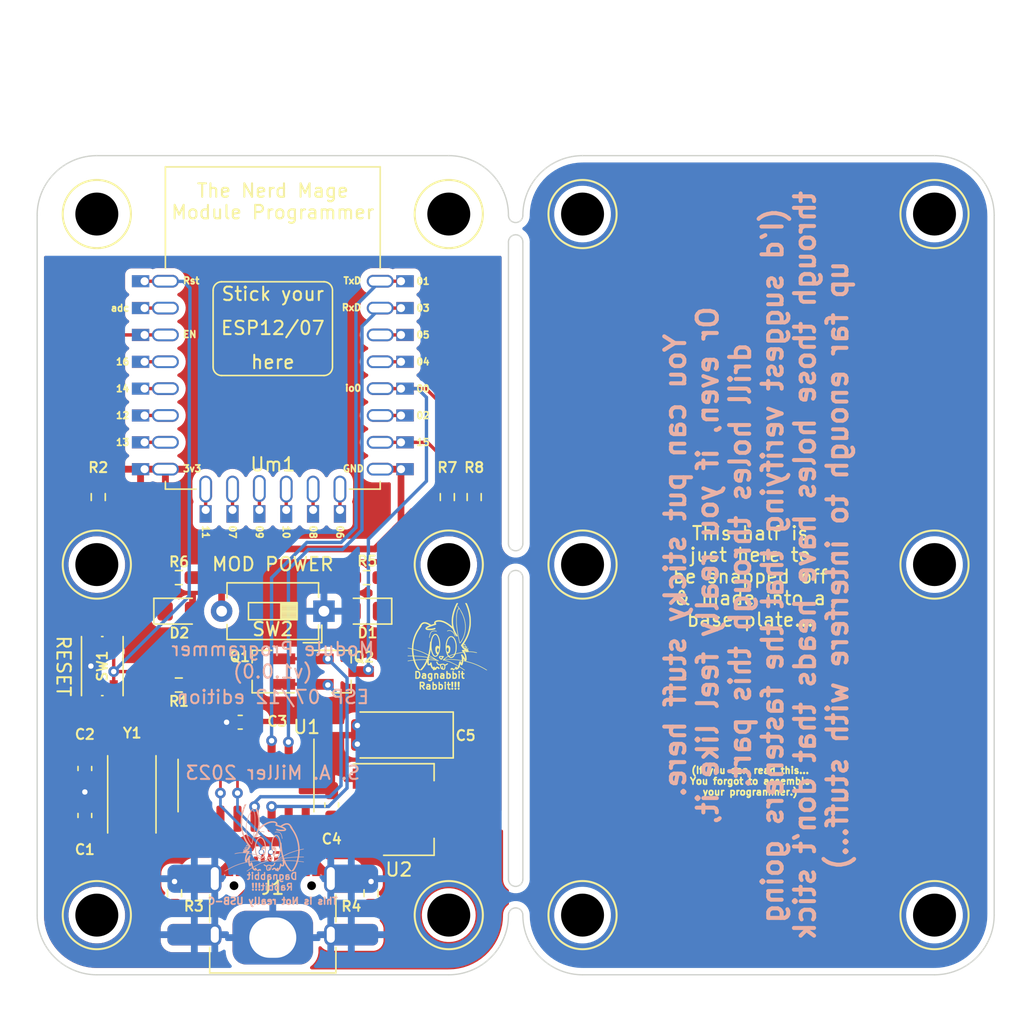
<source format=kicad_pcb>
(kicad_pcb (version 20211014) (generator pcbnew)
  (title_block (title "The Nerd Mage Module Programmer") (date "2023-07-13") (rev "1.0.0") (company "S. A. Miller") (comment 1 "Pop-In RP2040 Edition"))
  (layers (0 "F.Cu" signal) (31 "B.Cu" signal) (34 "B.Paste" user) (35 "F.Paste" user) (36 "B.SilkS" user "B.Silkscreen") (37 "F.SilkS" user "F.Silkscreen") (38 "B.Mask" user) (39 "F.Mask" user) (44 "Edge.Cuts" user))
  (net 0 "")
  (net 1 "GND")
  (net 2 "Net-(C1-Pad1)")
  (net 3 "Net-(C2-Pad1)")
  (net 4 "RxD")
  (net 5 "TxD")
  (net 6 "RST")
  (net 7 "io0")
  (net 8 "DCD")
  (net 9 "RI")
  (net 10 "DSR")
  (net 11 "CTS")
  (net 12 "DTR")
  (net 13 "RTS")
  (net 14 "Vcc")
  (net 15 "UD+")
  (net 16 "UD-")
  (net 17 "+3.3V")
  (net 19 "EN")
  (net 22 "CC1")
  (net 23 "CC2")
  (net 24 "Net-(D1-Pad1)")
  (net 25 "Net-(D2-Pad1)")
  (net 26 "unconnected-(Um1-Pad2)")
  (net 27 "unconnected-(Um1-Pad4)")
  (net 28 "unconnected-(Um1-Pad5)")
  (net 29 "unconnected-(Um1-Pad6)")
  (net 30 "unconnected-(Um1-Pad7)")
  (net 31 "unconnected-(Um1-Pad11)")
  (net 32 "unconnected-(Um1-Pad13)")
  (net 33 "unconnected-(Um1-Pad14)")
  (net 34 "unconnected-(Um1-Pad17)")
  (net 35 "unconnected-(Um1-Pad18)")
  (net 36 "unconnected-(Um1-Pad19)")
  (net 37 "unconnected-(Um1-Pad20)")
  (net 38 "unconnected-(Um1-Pad21)")
  (net 39 "unconnected-(Um1-Pad22)")
  (net 40 "io15")
  (net 41 "mGND")
  (footprint "Tinker:Mount" (layer "F.Cu") (at 163.108 67.919546)
    (fp_text reference "REF**" hide)
    (fp_text value "Mount" hide)
    (pad "" np_thru_hole circle (at 0 0) (size 3.2 3.2) (drill 3.2) (layers *.Mask))
  )
  (footprint "Tinker:C_0603_1608Metric_Pad1.08x0.95mm_HandSolder" (layer "F.Cu") (at 136 109.217455 -90)
    (fp_text reference "C2" (at -2.54 0) (layer "F.SilkS") (effects (font (size 0.75 0.75))))
    (fp_text value "20p")
    (pad "1" smd roundrect (at -1.0625 0 270) (size 1.275 0.95) (layers "F.Cu" "F.Paste" "F.Mask") (net 3 "Net-(C2-Pad1)"))
    (pad "2" smd roundrect (at 1.0625 0 270) (size 1.275 0.95) (layers "F.Cu" "F.Paste" "F.Mask") (net 1 "GND"))
  )
  (footprint "Capacitor_Tantalum_SMD:CP_EIA-6032-28_Kemet-C_Pad2.25x2.35mm_HandSolder" (layer "F.Cu") (at 159.505545 106.722019 180)
    (fp_text reference "C5" (at -4.857981 -0.04394) (layer "F.SilkS") (effects (font (size 0.75 0.75))))
    (fp_text value "22uf")
    (pad "1" smd roundrect (at -2.55 0 180) (size 2.25 2.35) (layers "F.Cu" "F.Paste" "F.Mask") (roundrect_rratio 0.1111111111) (net 17 "+3.3V"))
    (pad "2" smd roundrect (at 2.55 0 180) (size 2.25 2.35) (layers "F.Cu" "F.Paste" "F.Mask") (roundrect_rratio 0.1111111111) (net 1 "GND"))
  )
  (footprint "Tinker:Mount" (layer "F.Cu") (at 136.892 120.139455)
    (fp_text reference "REF**" hide)
    (fp_text value "Mount" hide)
    (pad "" np_thru_hole circle (at 0 0) (size 3.2 3.2) (drill 3.2) (layers *.Mask))
  )
  (footprint "Tinker:USB_C_Receptacle_HRO_TYPE-C-31-M-12" (layer "F.Cu") (at 150 120.547455)
    (fp_text reference "J1" (at 0 -2.44) (layer "F.SilkS"))
    (fp_text value "USB_C_Receptacle_USB2.0")
    (pad "" np_thru_hole circle (at -2.89 -2.6) (size 0.65 0.65) (drill 0.65) (layers *.Mask))
    (pad "" np_thru_hole circle (at 2.89 -2.6) (size 0.65 0.65) (drill 0.65) (layers *.Mask))
    (pad "A1" smd rect (at -3.25 -4.045) (size 0.6 1.45) (layers "F.Cu" "F.Paste" "F.Mask") (net 1 "GND"))
    (pad "A4" smd rect (at -2.45 -4.045) (size 0.6 1.45) (layers "F.Cu" "F.Paste" "F.Mask") (net 14 "Vcc"))
    (pad "A5" smd rect (at -1.25 -4.045) (size 0.3 1.45) (layers "F.Cu" "F.Paste" "F.Mask") (net 22 "CC1"))
    (pad "A6" smd rect (at -0.25 -4.045) (size 0.3 1.45) (layers "F.Cu" "F.Paste" "F.Mask") (net 15 "UD+"))
    (pad "A7" smd rect (at 0.25 -4.045) (size 0.3 1.45) (layers "F.Cu" "F.Paste" "F.Mask") (net 16 "UD-"))
    (pad "A8" smd rect (at 1.25 -4.045) (size 0.3 1.45) (layers "F.Cu" "F.Paste" "F.Mask"))
    (pad "A9" smd rect (at 2.45 -4.045) (size 0.6 1.45) (layers "F.Cu" "F.Paste" "F.Mask") (net 14 "Vcc"))
    (pad "A12" smd rect (at 3.25 -4.045) (size 0.6 1.45) (layers "F.Cu" "F.Paste" "F.Mask") (net 1 "GND"))
    (pad "B1" smd rect (at 3.25 -4.045) (size 0.6 1.45) (layers "F.Cu" "F.Paste" "F.Mask") (net 1 "GND"))
    (pad "B4" smd rect (at 2.45 -4.045) (size 0.6 1.45) (layers "F.Cu" "F.Paste" "F.Mask") (net 14 "Vcc"))
    (pad "B5" smd rect (at 1.75 -4.045) (size 0.3 1.45) (layers "F.Cu" "F.Paste" "F.Mask") (net 23 "CC2"))
    (pad "B6" smd rect (at 0.75 -4.045) (size 0.3 1.45) (layers "F.Cu" "F.Paste" "F.Mask") (net 15 "UD+"))
    (pad "B7" smd rect (at -0.75 -4.045) (size 0.3 1.45) (layers "F.Cu" "F.Paste" "F.Mask") (net 16 "UD-"))
    (pad "B8" smd rect (at -1.75 -4.045) (size 0.3 1.45) (layers "F.Cu" "F.Paste" "F.Mask"))
    (pad "B9" smd rect (at -2.45 -4.045) (size 0.6 1.45) (layers "F.Cu" "F.Paste" "F.Mask") (net 14 "Vcc"))
    (pad "B12" smd rect (at -3.25 -4.045) (size 0.6 1.45) (layers "F.Cu" "F.Paste" "F.Mask") (net 1 "GND"))
    (pad "S1" smd roundrect (at -5.846965 -3.118205) (size 4 2.1) (layers "B.Cu" "B.Paste" "B.Mask") (net 1 "GND"))
    (pad "S1" thru_hole oval (at 4.32 -3.13) (size 1 2.1) (drill oval 0.6 1.7) (layers *.Cu *.Mask) (net 1 "GND"))
    (pad "S1" smd roundrect (at 5.096965 -3.118205) (size 2.5 2.1) (layers "F.Cu" "F.Paste" "F.Mask") (net 1 "GND"))
    (pad "S1" smd roundrect (at -5.846965 1.05) (size 4 1.6) (layers "F.Cu" "F.Paste" "F.Mask") (net 1 "GND"))
    (pad "S1" smd roundrect (at -5.846965 1.05) (size 4 1.6) (layers "B.Cu" "B.Paste" "B.Mask") (net 1 "GND"))
    (pad "S1" thru_hole oval (at 4.32 1.05) (size 1 1.6) (drill oval 0.6 1.2) (layers *.Cu *.Mask) (net 1 "GND"))
    (pad "S1" thru_hole oval (at -4.32 1.05) (size 1 1.6) (drill oval 0.6 1.2) (layers *.Cu *.Mask) (net 1 "GND"))
    (pad "S1" thru_hole oval (at -4.32 -3.13) (size 1 2.1) (drill oval 0.6 1.7) (layers *.Cu *.Mask) (net 1 "GND"))
    (pad "S1" smd roundrect (at 5.846965 1.05) (size 4 1.6) (layers "B.Cu" "B.Paste" "B.Mask") (net 1 "GND"))
    (pad "S1" smd roundrect (at 5.846965 1.05) (size 4 1.6) (layers "F.Cu" "F.Paste" "F.Mask") (net 1 "GND"))
    (pad "S1" thru_hole roundrect (at 0 1.27 180) (size 6 4) (drill oval 3.5 3) (layers *.Cu *.Mask) (net 1 "GND"))
    (pad "S1" smd roundrect (at 5.846965 -3.118205) (size 4 2.1) (layers "B.Cu" "B.Paste" "B.Mask") (net 1 "GND"))
    (pad "S1" smd roundrect (at -5.096965 -3.118205) (size 2.5 2.1) (layers "F.Cu" "F.Paste" "F.Mask") (net 1 "GND"))
  )
  (footprint "Tinker:Mount" (layer "F.Cu") (at 199.288 94.029455)
    (fp_text reference "REF**" hide)
    (fp_text value "Mount" hide)
    (pad "" np_thru_hole circle (at 0 0) (size 3.2 3.2) (drill 3.2) (layers *.Mask))
  )
  (footprint "Tinker:R_0603_1608Metric_Pad0.98x0.95mm_HandSolder" (layer "F.Cu") (at 137 89 90)
    (fp_text reference "R2" (at 2.2 0) (layer "F.SilkS") (effects (font (size 0.75 0.75))))
    (fp_text value "10K")
    (pad "1" smd roundrect (at -1.0625 0 90) (size 1.275 0.95) (layers "F.Cu" "F.Paste" "F.Mask") (net 17 "+3.3V"))
    (pad "2" smd roundrect (at 1.0625 0 90) (size 1.275 0.95) (layers "F.Cu" "F.Paste" "F.Mask") (net 19 "EN"))
  )
  (footprint "Rabbit:DagNabbit" (layer "F.Cu") (at 162.746777 100.032747)
    (fp_text reference "REF**" hide)
    (fp_text value "DagNabbit")
    (fp_text user "Dagnabbit\nRabbit!!!" (at -0.331667 2.64) (layer "F.SilkS") (effects (font (size 0.5 0.5) (thickness 0.1))))
  )
  (footprint "Tinker:SW_DIP_SPSTx01_Slide_6.7x4.1mm_W7.62mm_P2.54mm_LowProfile" (layer "F.Cu") (at 150 97.5 180)
    (fp_text reference "SW2" (at 0.0005 -1.343546) (layer "F.SilkS"))
    (fp_text value "SW_DIP_x01")
    (pad "1" thru_hole rect (at -3.81 0 180) (size 1.6 1.6) (drill 0.8) (layers *.Cu *.Mask) (net 1 "GND"))
    (pad "2" thru_hole oval (at 3.81 0 180) (size 1.6 1.6) (drill 0.8) (layers *.Cu *.Mask) (net 41 "mGND"))
  )
  (footprint "Tinker:Mount" (layer "F.Cu") (at 163.108 120.139455)
    (fp_text reference "REF**" hide)
    (fp_text value "Mount" hide)
    (pad "" np_thru_hole circle (at 0 0) (size 3.2 3.2) (drill 3.2) (layers *.Mask))
  )
  (footprint "Crystal:Crystal_SMD_5032-2Pin_5.0x3.2mm" (layer "F.Cu") (at 139.5 110.967455 90)
    (fp_text reference "Y1" (at 4.39 0.031943) (layer "F.SilkS") (effects (font (size 0.75 0.75))))
    (fp_text value "12M")
    (pad "1" smd rect (at -2.35 0 90) (size 3 2.4) (layers "F.Cu" "F.Paste" "F.Mask") (net 2 "Net-(C1-Pad1)"))
    (pad "2" smd rect (at 2.35 0 90) (size 3 2.4) (layers "F.Cu" "F.Paste" "F.Mask") (net 3 "Net-(C2-Pad1)"))
  )
  (footprint "Tinker:Mount" (layer "F.Cu") (at 173.072 120.139455)
    (fp_text reference "REF**" hide)
    (fp_text value "Mount" hide)
    (pad "" np_thru_hole circle (at 0 0) (size 3.2 3.2) (drill 3.2) (layers *.Mask))
  )
  (footprint "Package_TO_SOT_SMD:SOT-23_Handsoldering" (layer "F.Cu") (at 149.221453 102 180)
    (fp_text reference "Q1" (at 1.674448 1.113434) (layer "F.SilkS") (effects (font (size 0.75 0.75))))
    (fp_text value "MMBT3904")
    (pad "1" smd rect (at -1.5 -0.95 180) (size 1.9 0.8) (layers "F.Cu" "F.Paste" "F.Mask") (net 12 "DTR"))
    (pad "2" smd rect (at -1.5 0.95 180) (size 1.9 0.8) (layers "F.Cu" "F.Paste" "F.Mask") (net 13 "RTS"))
    (pad "3" smd rect (at 1.5 0 180) (size 1.9 0.8) (layers "F.Cu" "F.Paste" "F.Mask") (net 6 "RST"))
  )
  (footprint "Tinker:R_0603_1608Metric_Pad0.98x0.95mm_HandSolder" (layer "F.Cu") (at 142.68 118.507455 90)
    (fp_text reference "R3" (at -0.9668 1.439812) (layer "F.SilkS") (effects (font (size 0.75 0.75))))
    (fp_text value "5k1")
    (pad "1" smd roundrect (at -1.0625 0 90) (size 1.275 0.95) (layers "F.Cu" "F.Paste" "F.Mask") (net 22 "CC1"))
    (pad "2" smd roundrect (at 1.0625 0 90) (size 1.275 0.95) (layers "F.Cu" "F.Paste" "F.Mask") (net 1 "GND"))
  )
  (footprint "Tinker:R_0603_1608Metric_Pad0.98x0.95mm_HandSolder" (layer "F.Cu") (at 157.32 118.507455 90)
    (fp_text reference "R4" (at -0.979818 -1.470937) (layer "F.SilkS") (effects (font (size 0.75 0.75))))
    (fp_text value "5k1")
    (pad "1" smd roundrect (at -1.0625 0 90) (size 1.275 0.95) (layers "F.Cu" "F.Paste" "F.Mask") (net 23 "CC2"))
    (pad "2" smd roundrect (at 1.0625 0 90) (size 1.275 0.95) (layers "F.Cu" "F.Paste" "F.Mask") (net 1 "GND"))
  )
  (footprint "Tinker:Mount" (layer "F.Cu") (at 136.892 94.029455)
    (fp_text reference "REF**" hide)
    (fp_text value "Mount" hide)
    (pad "" np_thru_hole circle (at 0 0) (size 3.2 3.2) (drill 3.2) (layers *.Mask))
  )
  (footprint "Tinker:R_0603_1608Metric_Pad0.98x0.95mm_HandSolder" (layer "F.Cu") (at 163 89 -90)
    (fp_text reference "R7" (at -2.2 0) (layer "F.SilkS") (effects (font (size 0.75 0.75))))
    (fp_text value "10K")
    (pad "1" smd roundrect (at -1.0625 0 270) (size 1.275 0.95) (layers "F.Cu" "F.Paste" "F.Mask") (net 40 "io15"))
    (pad "2" smd roundrect (at 1.0625 0 270) (size 1.275 0.95) (layers "F.Cu" "F.Paste" "F.Mask") (net 41 "mGND"))
  )
  (footprint "Tinker:C_0603_1608Metric_Pad1.08x0.95mm_HandSolder" (layer "F.Cu") (at 154.387518 111.930933 90)
    (fp_text reference "C4" (at -2.54 0) (layer "F.SilkS") (effects (font (size 0.75 0.75))))
    (fp_text value "100nf")
    (pad "1" smd roundrect (at -1.0625 0 90) (size 1.275 0.95) (layers "F.Cu" "F.Paste" "F.Mask") (net 14 "Vcc"))
    (pad "2" smd roundrect (at 1.0625 0 90) (size 1.275 0.95) (layers "F.Cu" "F.Paste" "F.Mask") (net 1 "GND"))
  )
  (footprint "Package_SO:SOIC-16_3.9x9.9mm_P1.27mm" (layer "F.Cu") (at 148.005 110.487455 -90)
    (fp_text reference "U1" (at -4.358951 -4.515147) (layer "F.SilkS"))
    (fp_text value "CH340G")
    (pad "1" smd roundrect (at -2.475 -4.445 270) (size 1.95 0.6) (layers "F.Cu" "F.Paste" "F.Mask") (net 1 "GND"))
    (pad "2" smd roundrect (at -2.475 -3.175 270) (size 1.95 0.6) (layers "F.Cu" "F.Paste" "F.Mask") (net 4 "RxD"))
    (pad "3" smd roundrect (at -2.475 -1.905 270) (size 1.95 0.6) (layers "F.Cu" "F.Paste" "F.Mask") (net 5 "TxD"))
    (pad "4" smd roundrect (at -2.475 -0.635 270) (size 1.95 0.6) (layers "F.Cu" "F.Paste" "F.Mask") (net 17 "+3.3V"))
    (pad "5" smd roundrect (at -2.475 0.635 270) (size 1.95 0.6) (layers "F.Cu" "F.Paste" "F.Mask") (net 15 "UD+"))
    (pad "6" smd roundrect (at -2.475 1.905 270) (size 1.95 0.6) (layers "F.Cu" "F.Paste" "F.Mask") (net 16 "UD-"))
    (pad "7" smd roundrect (at -2.475 3.175 270) (size 1.95 0.6) (layers "F.Cu" "F.Paste" "F.Mask") (net 2 "Net-(C1-Pad1)"))
    (pad "8" smd roundrect (at -2.475 4.445 270) (size 1.95 0.6) (layers "F.Cu" "F.Paste" "F.Mask") (net 3 "Net-(C2-Pad1)"))
    (pad "9" smd roundrect (at 2.475 4.445 270) (size 1.95 0.6) (layers "F.Cu" "F.Paste" "F.Mask") (net 11 "CTS"))
    (pad "10" smd roundrect (at 2.475 3.175 270) (size 1.95 0.6) (layers "F.Cu" "F.Paste" "F.Mask") (net 10 "DSR"))
    (pad "11" smd roundrect (at 2.475 1.905 270) (size 1.95 0.6) (layers "F.Cu" "F.Paste" "F.Mask") (net 9 "RI"))
    (pad "12" smd roundrect (at 2.475 0.635 270) (size 1.95 0.6) (layers "F.Cu" "F.Paste" "F.Mask") (net 8 "DCD"))
    (pad "13" smd roundrect (at 2.475 -0.635 270) (size 1.95 0.6) (layers "F.Cu" "F.Paste" "F.Mask") (net 12 "DTR"))
    (pad "14" smd roundrect (at 2.475 -1.905 270) (size 1.95 0.6) (layers "F.Cu" "F.Paste" "F.Mask") (net 13 "RTS"))
    (pad "15" smd roundrect (at 2.475 -3.175 270) (size 1.95 0.6) (layers "F.Cu" "F.Paste" "F.Mask"))
    (pad "16" smd roundrect (at 2.475 -4.445 270) (size 1.95 0.6) (layers "F.Cu" "F.Paste" "F.Mask") (net 14 "Vcc"))
  )
  (footprint "Tinker:R_0603_1608Metric_Pad0.98x0.95mm_HandSolder" (layer "F.Cu") (at 157 95 180)
    (fp_text reference "R5" (at -0.032647 1.226722) (layer "F.SilkS") (effects (font (size 0.75 0.75))))
    (fp_text value "2K2")
    (pad "1" smd roundrect (at -1.0625 0 180) (size 1.275 0.95) (layers "F.Cu" "F.Paste" "F.Mask") (net 24 "Net-(D1-Pad1)"))
    (pad "2" smd roundrect (at 1.0625 0 180) (size 1.275 0.95) (layers "F.Cu" "F.Paste" "F.Mask") (net 1 "GND"))
  )
  (footprint "Tinker:Mount" (layer "F.Cu") (at 173.072 67.919546)
    (fp_text reference "REF**" hide)
    (fp_text value "Mount" hide)
    (pad "" np_thru_hole circle (at 0 0) (size 3.2 3.2) (drill 3.2) (layers *.Mask))
  )
  (footprint "Tinker:Mount" (layer "F.Cu") (at 173.072 94.029455)
    (fp_text reference "REF**" hide)
    (fp_text value "Mount" hide)
    (pad "" np_thru_hole circle (at 0 0) (size 3.2 3.2) (drill 3.2) (layers *.Mask))
  )
  (footprint "Tinker:SW_Push_TS273014TP" (layer "F.Cu") (at 137.3 101.590491 -90)
    (fp_text reference "SW1" (at 0 0 90) (layer "F.SilkS") (effects (font (size 0.75 0.75))))
    (fp_text value "SW_Push")
    (pad "1" smd rect (at -1.85 -0.85 270) (size 1.6 0.6) (layers "F.Cu" "F.Paste" "F.Mask") (net 6 "RST"))
    (pad "1" smd rect (at 1.85 -0.85 270) (size 1.6 0.6) (layers "F.Cu" "F.Paste" "F.Mask") (net 6 "RST"))
    (pad "2" smd rect (at -1.85 0.85 270) (size 1.6 0.6) (layers "F.Cu" "F.Paste" "F.Mask") (net 1 "GND"))
    (pad "2" smd rect (at 1.85 0.85 270) (size 1.6 0.6) (layers "F.Cu" "F.Paste" "F.Mask") (net 1 "GND"))
  )
  (footprint "Tinker:Mount" (layer "F.Cu") (at 136.892 67.919546)
    (fp_text reference "REF**" hide)
    (fp_text value "Mount" hide)
    (pad "" np_thru_hole circle (at 0 0) (size 3.2 3.2) (drill 3.2) (layers *.Mask))
  )
  (footprint "Package_TO_SOT_SMD:SOT-23_Handsoldering" (layer "F.Cu") (at 155.08 102)
    (fp_text reference "Q2" (at 1.710332 -1.073861) (layer "F.SilkS") (effects (font (size 0.75 0.75))))
    (fp_text value "MMBT3904")
    (pad "1" smd rect (at -1.5 -0.95) (size 1.9 0.8) (layers "F.Cu" "F.Paste" "F.Mask") (net 13 "RTS"))
    (pad "2" smd rect (at -1.5 0.95) (size 1.9 0.8) (layers "F.Cu" "F.Paste" "F.Mask") (net 12 "DTR"))
    (pad "3" smd rect (at 1.5 0) (size 1.9 0.8) (layers "F.Cu" "F.Paste" "F.Mask") (net 7 "io0"))
  )
  (footprint "Tinker:R_0603_1608Metric_Pad0.98x0.95mm_HandSolder" (layer "F.Cu") (at 143 95)
    (fp_text reference "R6" (at 0.015455 -1.172859) (layer "F.SilkS") (effects (font (size 0.75 0.75))))
    (fp_text value "2K2")
    (pad "1" smd roundrect (at -1.0625 0) (size 1.275 0.95) (layers "F.Cu" "F.Paste" "F.Mask") (net 25 "Net-(D2-Pad1)"))
    (pad "2" smd roundrect (at 1.0625 0) (size 1.275 0.95) (layers "F.Cu" "F.Paste" "F.Mask") (net 41 "mGND"))
  )
  (footprint "Tinker:Mount" (layer "F.Cu") (at 199.288 67.919546)
    (fp_text reference "REF**" hide)
    (fp_text value "Mount" hide)
    (pad "" np_thru_hole circle (at 0 0) (size 3.2 3.2) (drill 3.2) (layers *.Mask))
  )
  (footprint "LED_SMD:LED_0805_2012Metric_Pad1.15x1.40mm_HandSolder" (layer "F.Cu") (at 157 97.5 180)
    (fp_text reference "D1" (at -0.054125 -1.614516 180) (layer "F.SilkS") (effects (font (size 0.75 0.75))))
    (fp_text value "LED")
    (pad "1" smd roundrect (at -1.025 0 180) (size 1.15 1.4) (layers "F.Cu" "F.Paste" "F.Mask") (roundrect_rratio 0.2173913043) (net 24 "Net-(D1-Pad1)"))
    (pad "2" smd roundrect (at 1.025 0 180) (size 1.15 1.4) (layers "F.Cu" "F.Paste" "F.Mask") (roundrect_rratio 0.2173913043) (net 17 "+3.3V"))
  )
  (footprint "Tinker:C_0603_1608Metric_Pad1.08x0.95mm_HandSolder" (layer "F.Cu") (at 136 112.717455 90)
    (fp_text reference "C1" (at -2.54 0) (layer "F.SilkS") (effects (font (size 0.75 0.75))))
    (fp_text value "20p")
    (pad "1" smd roundrect (at -1.0625 0 90) (size 1.275 0.95) (layers "F.Cu" "F.Paste" "F.Mask") (net 2 "Net-(C1-Pad1)"))
    (pad "2" smd roundrect (at 1.0625 0 90) (size 1.275 0.95) (layers "F.Cu" "F.Paste" "F.Mask") (net 1 "GND"))
  )
  (footprint "LED_SMD:LED_0805_2012Metric_Pad1.15x1.40mm_HandSolder" (layer "F.Cu") (at 143 97.5)
    (fp_text reference "D2" (at 0.038067 1.629222 180) (layer "F.SilkS") (effects (font (size 0.75 0.75))))
    (fp_text value "LED")
    (pad "1" smd roundrect (at -1.025 0) (size 1.15 1.4) (layers "F.Cu" "F.Paste" "F.Mask") (roundrect_rratio 0.2173913043) (net 25 "Net-(D2-Pad1)"))
    (pad "2" smd roundrect (at 1.025 0) (size 1.15 1.4) (layers "F.Cu" "F.Paste" "F.Mask") (roundrect_rratio 0.2173913043) (net 17 "+3.3V"))
  )
  (footprint "Tinker:Mount" (layer "F.Cu") (at 199.288 120.139455)
    (fp_text reference "REF**" hide)
    (fp_text value "Mount" hide)
    (pad "" np_thru_hole circle (at 0 0) (size 3.2 3.2) (drill 3.2) (layers *.Mask))
  )
  (footprint "Package_TO_SOT_SMD:SOT-223-3_TabPin2" (layer "F.Cu") (at 160.105545 112.273364)
    (fp_text reference "U2" (at -0.711477 4.476729) (layer "F.SilkS"))
    (fp_text value "AMS1117-3.3")
    (pad "1" smd rect (at -3.15 -2.3) (size 2 1.5) (layers "F.Cu" "F.Paste" "F.Mask") (net 1 "GND"))
    (pad "2" smd rect (at -3.15 0) (size 2 1.5) (layers "F.Cu" "F.Paste" "F.Mask") (net 17 "+3.3V"))
    (pad "2" smd rect (at 3.15 0) (size 2 3.8) (layers "F.Cu" "F.Paste" "F.Mask") (net 17 "+3.3V"))
    (pad "3" smd rect (at -3.15 2.3) (size 2 1.5) (layers "F.Cu" "F.Paste" "F.Mask") (net 14 "Vcc"))
  )
  (footprint "Tinker:ESP-12 (FlexyPin)" (layer "F.Cu") (at 150 76.408046)
    (fp_text reference "Um1" (at 0 10.16 unlocked) (layer "F.SilkS"))
    (fp_text value "ESP-12")
    (fp_text user "3v3" (at -6.755693 10.476008) (layer "F.SilkS") (effects (font (size 0.5 0.5) (thickness 0.125)) (justify left)))
    (fp_text user "00" (at 10.63 4.515 unlocked) (layer "F.SilkS") (effects (font (size 0.5 0.5) (thickness 0.125)) (justify left)))
    (fp_text user "GND" (at 6.844307 10.476008) (layer "F.SilkS") (effects (font (size 0.5 0.5) (thickness 0.125)) (justify right)))
    (fp_text user "10" (at 1 14.64 270 unlocked) (layer "F.SilkS") (effects (font (size 0.5 0.5) (thickness 0.125)) (justify left)))
    (fp_text user "03" (at 10.63 -1.485 unlocked) (layer "F.SilkS") (effects (font (size 0.5 0.5) (thickness 0.125)) (justify left)))
    (fp_text user "adc" (at -10.63 -1.485 unlocked) (layer "F.SilkS") (effects (font (size 0.5 0.5) (thickness 0.125)) (justify right)))
    (fp_text user "RxD" (at 6.644307 -1.523992) (layer "F.SilkS") (effects (font (size 0.5 0.5) (thickness 0.125)) (justify right)))
    (fp_text user "13" (at -10.63 8.515 unlocked) (layer "F.SilkS") (effects (font (size 0.5 0.5) (thickness 0.125)) (justify right)))
    (fp_text user "io0" (at 6.644307 4.476008) (layer "F.SilkS") (effects (font (size 0.5 0.5) (thickness 0.125)) (justify right)))
    (fp_text user "08" (at 3 14.64 270 unlocked) (layer "F.SilkS") (effects (font (size 0.5 0.5) (thickness 0.125)) (justify left)))
    (fp_text user "16" (at -10.63 2.515 unlocked) (layer "F.SilkS") (effects (font (size 0.5 0.5) (thickness 0.125)) (justify right)))
    (fp_text user "TxD" (at 6.644307 -3.523992) (layer "F.SilkS") (effects (font (size 0.5 0.5) (thickness 0.125)) (justify right)))
    (fp_text user "Stick your" (at 0 -2.54 unlocked) (layer "F.SilkS"))
    (fp_text user "15" (at 10.63 8.515 unlocked) (layer "F.SilkS") (effects (font (size 0.5 0.5) (thickness 0.125)) (justify left)))
    (fp_text user "09" (at -1 14.64 270 unlocked) (layer "F.SilkS") (effects (font (size 0.5 0.5) (thickness 0.125)) (justify left)))
    (fp_text user "ESP12/07" (at 0 0 unlocked) (layer "F.SilkS"))
    (fp_text user "Rst" (at -6.755693 -3.523992) (layer "F.SilkS") (effects (font (size 0.5 0.5) (thickness 0.125)) (justify left)))
    (fp_text user "14" (at -10.63 4.515 unlocked) (layer "F.SilkS") (effects (font (size 0.5 0.5) (thickness 0.125)) (justify right)))
    (fp_text user "02" (at 10.63 6.515 unlocked) (layer "F.SilkS") (effects (font (size 0.5 0.5) (thickness 0.125)) (justify left)))
    (fp_text user "04" (at 10.63 2.515 unlocked) (layer "F.SilkS") (effects (font (size 0.5 0.5) (thickness 0.125)) (justify left)))
    (fp_text user "01" (at 10.63 -3.485 unlocked) (layer "F.SilkS") (effects (font (size 0.5 0.5) (thickness 0.125)) (justify left)))
    (fp_text user "12" (at -10.63 6.515 unlocked) (layer "F.SilkS") (effects (font (size 0.5 0.5) (thickness 0.125)) (justify right)))
    (fp_text user "05" (at 10.63 0.515 unlocked) (layer "F.SilkS") (effects (font (size 0.5 0.5) (thickness 0.125)) (justify left)))
    (fp_text user "11" (at -5 14.64 270 unlocked) (layer "F.SilkS") (effects (font (size 0.5 0.5) (thickness 0.125)) (justify left)))
    (fp_text user "07" (at -3 14.64 270 unlocked) (layer "F.SilkS") (effects (font (size 0.5 0.5) (thickness 0.125)) (justify left)))
    (fp_text user "EN" (at -6.755693 0.476008) (layer "F.SilkS") (effects (font (size 0.5 0.5) (thickness 0.125)) (justify left)))
    (fp_text user "here" (at 0 2.54 unlocked) (layer "F.SilkS"))
    (fp_text user "06" (at 5 14.64 270 unlocked) (layer "F.SilkS") (effects (font (size 0.5 0.5) (thickness 0.125)) (justify left)))
    (pad "1" thru_hole oval (at -8 -3.485) (size 2 0.95) (drill oval 1.7 0.65) (layers *.Cu *.Mask) (net 6 "RST"))
    (pad "1" thru_hole rect (at -9.55 -3.485) (size 1.3 0.9) (drill 0.6 (offset -0.3 0)) (layers *.Cu *.Mask) (net 6 "RST"))
    (pad "2" thru_hole oval (at -8 -1.485) (size 2 0.95) (drill oval 1.7 0.65) (layers *.Cu *.Mask) (net 26 "unconnected-(Um1-Pad2)"))
    (pad "2" thru_hole rect (at -9.55 -1.485) (size 1.3 0.9) (drill 0.6 (offset -0.3 0)) (layers *.Cu *.Mask) (net 26 "unconnected-(Um1-Pad2)"))
    (pad "3" thru_hole rect (at -9.55 0.515) (size 1.3 0.9) (drill 0.6 (offset -0.3 0)) (layers *.Cu *.Mask) (net 19 "EN"))
    (pad "3" thru_hole oval (at -8 0.515) (size 2 0.95) (drill oval 1.7 0.65) (layers *.Cu *.Mask) (net 19 "EN"))
    (pad "4" thru_hole rect (at -9.55 2.515) (size 1.3 0.9) (drill 0.6 (offset -0.3 0)) (layers *.Cu *.Mask) (net 27 "unconnected-(Um1-Pad4)"))
    (pad "4" thru_hole oval (at -8 2.515) (size 2 0.95) (drill oval 1.7 0.65) (layers *.Cu *.Mask) (net 27 "unconnected-(Um1-Pad4)"))
    (pad "5" thru_hole rect (at -9.55 4.515) (size 1.3 0.9) (drill 0.6 (offset -0.3 0)) (layers *.Cu *.Mask) (net 28 "unconnected-(Um1-Pad5)"))
    (pad "5" thru_hole oval (at -8 4.515) (size 2 0.95) (drill oval 1.7 0.65) (layers *.Cu *.Mask) (net 28 "unconnected-(Um1-Pad5)"))
    (pad "6" thru_hole oval (at -8 6.515) (size 2 0.95) (drill oval 1.7 0.65) (layers *.Cu *.Mask) (net 29 "unconnected-(Um1-Pad6)"))
    (pad "6" thru_hole rect (at -9.55 6.515) (size 1.3 0.9) (drill 0.6 (offset -0.3 0)) (layers *.Cu *.Mask) (net 29 "unconnected-(Um1-Pad6)"))
    (pad "7" thru_hole rect (at -9.55 8.515) (size 1.3 0.9) (drill 0.6 (offset -0.3 0)) (layers *.Cu *.Mask) (net 30 "unconnected-(Um1-Pad7)"))
    (pad "7" thru_hole oval (at -8 8.515) (size 2 0.95) (drill oval 1.7 0.65) (layers *.Cu *.Mask) (net 30 "unconnected-(Um1-Pad7)"))
    (pad "8" thru_hole oval (at -8 10.515) (size 2 0.95) (drill oval 1.7 0.65) (layers *.Cu *.Mask) (net 17 "+3.3V"))
    (pad "8" thru_hole rect (at -9.55 10.515) (size 1.3 0.9) (drill 0.6 (offset -0.3 0)) (layers *.Cu *.Mask) (net 17 "+3.3V"))
    (pad "9" thru_hole oval (at 8 10.515 180) (size 2 0.95) (drill oval 1.7 0.65) (layers *.Cu *.Mask) (net 41 "mGND"))
    (pad "9" thru_hole rect (at 9.55 10.515 180) (size 1.3 0.9) (drill 0.6 (offset -0.3 0)) (layers *.Cu *.Mask) (net 41 "mGND"))
    (pad "10" thru_hole rect (at 9.55 8.515 180) (size 1.3 0.9) (drill 0.6 (offset -0.3 0)) (layers *.Cu *.Mask) (net 40 "io15"))
    (pad "10" thru_hole oval (at 8 8.515 180) (size 2 0.95) (drill oval 1.7 0.65) (layers *.Cu *.Mask) (net 40 "io15"))
    (pad "11" thru_hole rect (at 9.55 6.515 180) (size 1.3 0.9) (drill 0.6 (offset -0.3 0)) (layers *.Cu *.Mask) (net 31 "unconnected-(Um1-Pad11)"))
    (pad "11" thru_hole oval (at 8 6.515 180) (size 2 0.95) (drill oval 1.7 0.65) (layers *.Cu *.Mask) (net 31 "unconnected-(Um1-Pad11)"))
    (pad "12" thru_hole rect (at 9.55 4.515 180) (size 1.3 0.9) (drill 0.6 (offset -0.3 0)) (layers *.Cu *.Mask) (net 7 "io0"))
    (pad "12" thru_hole oval (at 8 4.515 180) (size 2 0.95) (drill oval 1.7 0.65) (layers *.Cu *.Mask) (net 7 "io0"))
    (pad "13" thru_hole oval (at 8 2.515 180) (size 2 0.95) (drill oval 1.7 0.65) (layers *.Cu *.Mask) (net 32 "unconnected-(Um1-Pad13)"))
    (pad "13" thru_hole rect (at 9.55 2.515 180) (size 1.3 0.9) (drill 0.6 (offset -0.3 0)) (layers *.Cu *.Mask) (net 32 "unconnected-(Um1-Pad13)"))
    (pad "14" thru_hole rect (at 9.55 0.515 180) (size 1.3 0.9) (drill 0.6 (offset -0.3 0)) (layers *.Cu *.Mask) (net 33 "unconnected-(Um1-Pad14)"))
    (pad "14" thru_hole oval (at 8 0.515 180) (size 2 0.95) (drill oval 1.7 0.65) (layers *.Cu *.Mask) (net 33 "unconnected-(Um1-Pad14)"))
    (pad "15" thru_hole oval (at 8 -1.485 180) (size 2 0.95) (drill oval 1.7 0.65) (layers *.Cu *.Mask) (net 4 "RxD"))
    (pad "15" thru_hole rect (at 9.55 -1.485 180) (size 1.3 0.9) (drill 0.6 (offset -0.3 0)) (layers *.Cu *.Mask) (net 4 "RxD"))
    (pad "16" thru_hole rect (at 9.55 -3.485 180) (size 1.3 0.9) (drill 0.6 (offset -0.3 0)) (layers *.Cu *.Mask) (net 5 "TxD"))
    (pad "16" thru_hole oval (at 8 -3.485 180) (size 2 0.95) (drill oval 1.7 0.65) (layers *.Cu *.Mask) (net 5 "TxD"))
    (pad "17" thru_hole rect (at -5 13.55 90) (size 1.3 0.9) (drill 0.6 (offset -0.3 0)) (layers *.Cu *.Mask) (net 34 "unconnected-(Um1-Pad17)"))
    (pad "17" thru_hole oval (at -5 12 90) (size 2 0.95) (drill oval 1.7 0.65) (layers *.Cu *.Mask) (net 34 "unconnected-(Um1-Pad17)"))
    (pad "18" thru_hole oval (at -3 12 90) (size 2 0.95) (drill oval 1.7 0.65) (layers *.Cu *.Mask) (net 35 "unconnected-(Um1-Pad18)"))
    (pad "18" thru_hole rect (at -3 13.55 90) (size 1.3 0.9) (drill 0.6 (offset -0.3 0)) (layers *.Cu *.Mask) (net 35 "unconnected-(Um1-Pad18)"))
    (pad "19" thru_hole rect (at -1 13.55 90) (size 1.3 0.9) (drill 0.6 (offset -0.3 0)) (layers *.Cu *.Mask) (net 36 "unconnected-(Um1-Pad19)"))
    (pad "19" thru_hole oval (at -1 11.95 90) (size 2 0.95) (drill oval 1.7 0.65) (layers *.Cu *.Mask) (net 36 "unconnected-(Um1-Pad19)"))
    (pad "20" thru_hole oval (at 1 12 90) (size 2 0.95) (drill oval 1.7 0.65) (layers *.Cu *.Mask) (net 37 "unconnected-(Um1-Pad20)"))
    (pad "20" thru_hole rect (at 1 13.55 90) (size 1.3 0.9) (drill 0.6 (offset -0.3 0)) (layers *.Cu *.Mask) (net 37 "unconnected-(Um1-Pad20)"))
    (pad "21" thru_hole oval (at 3 12 90) (size 2 0.95) (drill oval 1.7 0.65) (layers *.Cu *.Mask) (net 38 "unconnected-(Um1-Pad21)"))
    (pad "21" thru_hole rect (at 3 13.55 90) (size 1.3 0.9) (drill 0.6 (offset -0.3 0)) (layers *.Cu *.Mask) (net 38 "unconnected-(Um1-Pad21)"))
    (pad "22" thru_hole rect (at 5 13.55 90) (size 1.3 0.9) (drill 0.6 (offset -0.3 0)) (layers *.Cu *.Mask) (net 39 "unconnected-(Um1-Pad22)"))
    (pad "22" thru_hole oval (at 5 12 90) (size 2 0.95) (drill oval 1.7 0.65) (layers *.Cu *.Mask) (net 39 "unconnected-(Um1-Pad22)"))
    (zone (net 0) (net_name "") (layers F&B.Cu) (name "Antenna") (connect_pads (clearance 0)) (min_thickness 0.254)
      (keepout (tracks not_allowed) (vias not_allowed) (pads not_allowed) (copperpour not_allowed) (footprints allowed))
      (fill (thermal_gap 0.508) (thermal_bridge_width 0.508))
      (polygon (pts (xy 167.875035 71.025383) (xy 131.680035 71.025383) (xy 131.680035 51.975383) (xy 167.875035 51.975383)))
    )
  )
  (footprint "Tinker:C_0603_1608Metric_Pad1.08x0.95mm_HandSolder" (layer "F.Cu") (at 147.57359 105.77372 180)
    (fp_text reference "C3" (at -2.75772 0.06892) (layer "F.SilkS") (effects (font (size 0.75 0.75))))
    (fp_text value "10nf")
    (pad "1" smd roundrect (at -1.0625 0 180) (size 1.275 0.95) (layers "F.Cu" "F.Paste" "F.Mask") (net 17 "+3.3V"))
    (pad "2" smd roundrect (at 1.0625 0 180) (size 1.275 0.95) (layers "F.Cu" "F.Paste" "F.Mask") (net 1 "GND"))
  )
  (footprint "Tinker:R_0603_1608Metric_Pad0.98x0.95mm_HandSolder" (layer "F.Cu") (at 165 89 90)
    (fp_text reference "R8" (at 2.2 0) (layer "F.SilkS") (effects (font (size 0.75 0.75))))
    (fp_text value "10K")
    (pad "1" smd roundrect (at -1.0625 0 90) (size 1.275 0.95) (layers "F.Cu" "F.Paste" "F.Mask") (net 17 "+3.3V"))
    (pad "2" smd roundrect (at 1.0625 0 90) (size 1.275 0.95) (layers "F.Cu" "F.Paste" "F.Mask") (net 7 "io0"))
  )
  (footprint "Tinker:R_0603_1608Metric_Pad0.98x0.95mm_HandSolder" (layer "F.Cu") (at 143 103)
    (fp_text reference "R1" (at 0.006623 1.216219) (layer "F.SilkS") (effects (font (size 0.75 0.75))))
    (fp_text value "10K")
    (pad "1" smd roundrect (at -1.0625 0) (size 1.275 0.95) (layers "F.Cu" "F.Paste" "F.Mask") (net 17 "+3.3V"))
    (pad "2" smd roundrect (at 1.0625 0) (size 1.275 0.95) (layers "F.Cu" "F.Paste" "F.Mask") (net 6 "RST"))
  )
  (footprint "Tinker:Mount" (layer "F.Cu") (at 163.108 94.029455)
    (fp_text reference "REF**" hide)
    (fp_text value "Mount" hide)
    (pad "" np_thru_hole circle (at 0 0) (size 3.2 3.2) (drill 3.2) (layers *.Mask))
  )
  (footprint "Rabbit:DagNabbit" (layer "B.Cu") (at 149.615284 115.006113 180)
    (fp_text reference "REF**" hide)
    (fp_text value "DagNabbit")
    (fp_text user "Dagnabbit\nRabbit!!!" (at -0.331667 -2.64) (layer "B.SilkS") (effects (font (size 0.5 0.5) (thickness 0.1)) (justify mirror)))
  )
  (gr_line (start 163.108 63.569635) (end 136.892001 63.569636) (layer "Edge.Cuts") (width 0.1))
  (gr_arc (start 132.447 68.014637) (mid 133.748927 64.871552) (end 136.892001 63.569636) (layer "Edge.Cuts") (width 0.1))
  (gr_arc (start 203.733 120.139454) (mid 202.431112 123.282566) (end 199.288 124.584454) (layer "Edge.Cuts") (width 0.1))
  (gr_arc (start 168.627 68.014637) (mid 169.928943 64.871579) (end 173.072001 63.569636) (layer "Edge.Cuts") (width 0.1))
  (gr_arc (start 199.288 63.569635) (mid 202.431083 64.871553) (end 203.733001 68.014636) (layer "Edge.Cuts") (width 0.1))
  (gr_arc (start 173.072 124.584454) (mid 169.92892 123.282534) (end 168.627 120.139454) (layer "Edge.Cuts") (width 0.1))
  (gr_arc (start 167.553 120.139454) (mid 166.25109 123.282544) (end 163.108 124.584454) (layer "Edge.Cuts") (width 0.1))
  (gr_line (start 203.733 120.139454) (end 203.733001 68.014636) (layer "Edge.Cuts") (width 0.1))
  (gr_arc (start 168.627 92.463) (mid 168.09 93) (end 167.553 92.463) (layer "Edge.Cuts") (width 0.1))
  (gr_arc (start 167.553 95) (mid 168.09 94.463) (end 168.627 95) (layer "Edge.Cuts") (width 0.1))
  (gr_arc (start 163.108 63.569635) (mid 166.251113 64.871542) (end 167.553001 68.014636) (layer "Edge.Cuts") (width 0.1))
  (gr_arc (start 167.553 70) (mid 168.09 69.463) (end 168.627 70) (layer "Edge.Cuts") (width 0.1))
  (gr_arc (start 167.553 120.139454) (mid 168.09 119.602454) (end 168.627 120.139454) (layer "Edge.Cuts") (width 0.1))
  (gr_line (start 168.627 95) (end 168.627 117.463) (layer "Edge.Cuts") (width 0.1))
  (gr_line (start 136.892 124.584454) (end 163.108 124.584454) (layer "Edge.Cuts") (width 0.1))
  (gr_arc (start 168.627 117.463) (mid 168.09 118) (end 167.553 117.463) (layer "Edge.Cuts") (width 0.1))
  (gr_line (start 199.288 63.569635) (end 173.072001 63.569636) (layer "Edge.Cuts") (width 0.1))
  (gr_line (start 173.072 124.584454) (end 199.288 124.584454) (layer "Edge.Cuts") (width 0.1))
  (gr_arc (start 168.627 68.014637) (mid 168.09 68.551637) (end 167.553 68.014637) (layer "Edge.Cuts") (width 0.1))
  (gr_line (start 132.447 68.014637) (end 132.447 120.139454) (layer "Edge.Cuts") (width 0.1))
  (gr_line (start 167.553 92.463) (end 167.553 70) (layer "Edge.Cuts") (width 0.1))
  (gr_arc (start 136.892 124.584454) (mid 133.748911 123.282544) (end 132.447 120.139454) (layer "Edge.Cuts") (width 0.1))
  (gr_line (start 167.553 95) (end 167.553 117.463) (layer "Edge.Cuts") (width 0.1))
  (gr_line (start 168.627 70) (end 168.627 92.463) (layer "Edge.Cuts") (width 0.1))
  (gr_text "ESP 07/12 edition" (at 150 103.896439) (layer "B.SilkS") (effects (font (size 1 1)) (justify mirror)))
  (gr_text "Module Programmer" (at 150 100.327455) (layer "B.SilkS") (effects (font (size 1 1)) (justify mirror)))
  (gr_text "This is Not really USB-C" (at 150 119.095825) (layer "B.SilkS") (effects (font (size 0.5 0.5) (thickness 0.125)) (justify mirror)))
  (gr_text "S. A. Miller 2023" (at 150 109.541155) (layer "B.SilkS") (effects (font (size 1 1)) (justify mirror)))
  (gr_text "You can put sticky stuff here.\nOr even, if you really feel like it,\ndrill holes through this part.\n(I'd suggest verifying that the fasteners going\nthrough those holes have heads that don't stick\nup far enough to interfere with stuff...)" (at 186.015484 94.098306 90) (layer "B.SilkS") (effects (font (size 1.5 1.5) (thickness 0.3)) (justify mirror)))
  (gr_text "(v1.0.0)" (at 150 101.997455) (layer "B.SilkS") (effects (font (size 1 1)) (justify mirror)))
  (gr_text "MOD POWER" (at 150 94) (layer "F.SilkS") (effects (font (size 1 1))))
  (gr_text "(If you can read this...\nYou forgot to assemble\nyour programmer.)" (at 185.56 110.16) (layer "F.SilkS") (effects (font (size 0.5 0.5) (thickness 0.125))))
  (gr_text "This half is\njust here to\nbe snapped off\n& made into a\nbase plate..." (at 185.56 94.92) (layer "F.SilkS") (effects (font (size 1 1))))
  (gr_text "RESET" (at 134.409789 101.590491 270) (layer "F.SilkS") (effects (font (size 1 1))))
  (gr_text "The Nerd Mage\nModule Programmer" (at 150 66.98) (layer "F.SilkS") (effects (font (size 1 1))))
  (segment (start 146.595 116.502455) (end 145.68 117.417455) (width 0.6) (layer "F.Cu") (net 1))
  (segment (start 146.75 116.502455) (end 146.595 116.502455) (width 0.6) (layer "F.Cu") (net 1))
  (segment (start 153.25 116.502455) (end 153.405 116.502455) (width 0.6) (layer "F.Cu") (net 1))
  (segment (start 142.68 117.637455) (end 144.69483 117.637455) (width 0.25) (layer "F.Cu") (net 1))
  (segment (start 153.405 116.502455) (end 154.32 117.417455) (width 0.6) (layer "F.Cu") (net 1))
  (segment (start 155.08 94.92) (end 154.89 94.92) (width 0.25) (layer "F.Cu") (net 1))
  (segment (start 153.81 96) (end 153.81 97.5) (width 0.25) (layer "F.Cu") (net 1))
  (segment (start 155.9375 95) (end 155.16 95) (width 0.25) (layer "F.Cu") (net 1))
  (segment (start 136.45 99.740491) (end 136.45 103.440491) (width 0.25) (layer "F.Cu") (net 1))
  (segment (start 157.32 117.637455) (end 155.30517 117.637455) (width 0.25) (layer "F.Cu") (net 1))
  (segment (start 155.16 95) (end 155.08 94.92) (width 0.25) (layer "F.Cu") (net 1))
  (segment (start 144.69483 117.637455) (end 144.903035 117.42925) (width 0.25) (layer "F.Cu") (net 1))
  (segment (start 155.30517 117.637455) (end 155.096965 117.42925) (width 0.25) (layer "F.Cu") (net 1))
  (segment (start 154.89 94.92) (end 153.81 96) (width 0.25) (layer "F.Cu") (net 1))
  (via (at 146.55759 105.77372) (size 0.8) (drill 0.4) (layers "F.Cu" "B.Cu") (net 1))
  (via (at 142.68 117.637455) (size 0.8) (drill 0.4) (layers "F.Cu" "B.Cu") (net 1))
  (via (at 136 110.967455) (size 0.8) (drill 0.4) (layers "F.Cu" "B.Cu") (net 1))
  (via (at 156.3 106.015601) (size 0.8) (drill 0.4) (layers "F.Cu" "B.Cu") (net 1))
  (via (at 156.3 107.402273) (size 0.8) (drill 0.4) (layers "F.Cu" "B.Cu") (net 1))
  (via (at 157.32 117.637455) (size 0.8) (drill 0.4) (layers "F.Cu" "B.Cu") (net 1))
  (via (at 136.45 101.590491) (size 0.8) (drill 0.4) (layers "F.Cu" "B.Cu") (net 1))
  (segment (start 136.4625 113.317455) (end 139.5 113.317455) (width 0.25) (layer "F.Cu") (net 2))
  (segment (start 139.5 113.317455) (end 142.657455 110.16) (width 0.25) (layer "F.Cu") (net 2))
  (segment (start 142.657455 110.16) (end 143.900523 110.16) (width 0.25) (layer "F.Cu") (net 2))
  (segment (start 144.83 109.230523) (end 143.900523 110.16) (width 0.25) (layer "F.Cu") (net 2))
  (segment (start 136 113.779955) (end 136.4625 113.317455) (width 0.25) (layer "F.Cu") (net 2))
  (segment (start 144.83 108.012455) (end 144.83 109.230523) (width 0.25) (layer "F.Cu") (net 2))
  (segment (start 136.4625 108.617455) (end 139.5 108.617455) (width 0.25) (layer "F.Cu") (net 3))
  (segment (start 142.955 108.617455) (end 143.56 108.012455) (width 0.25) (layer "F.Cu") (net 3))
  (segment (start 139.5 108.617455) (end 142.955 108.617455) (width 0.25) (layer "F.Cu") (net 3))
  (segment (start 136 108.154955) (end 136.4625 108.617455) (width 0.25) (layer "F.Cu") (net 3))
  (segment (start 159.55 74.923046) (end 158 74.923046) (width 0.25) (layer "F.Cu") (net 4))
  (via (at 151.163498 107.247455) (size 0.8) (drill 0.4) (layers "F.Cu" "B.Cu") (net 4))
  (segment (start 158 74.923046) (end 156.642803 76.280243) (width 0.25) (layer "B.Cu") (net 4))
  (segment (start 156.642803 91.453593) (end 155.190416 92.90598) (width 0.25) (layer "B.Cu") (net 4))
  (segment (start 155.190416 92.90598) (end 152.650416 92.90598) (width 0.25) (layer "B.Cu") (net 4))
  (segment (start 152.650416 92.90598) (end 151.163498 94.392898) (width 0.25) (layer "B.Cu") (net 4))
  (segment (start 151.163498 94.392898) (end 151.163498 107.247455) (width 0.25) (layer "B.Cu") (net 4))
  (segment (start 156.642803 76.280243) (end 156.642803 91.453593) (width 0.25) (layer "B.Cu") (net 4))
  (segment (start 158 72.923046) (end 159.55 72.923046) (width 0.25) (layer "F.Cu") (net 5))
  (via (at 149.91 107.147455) (size 0.8) (drill 0.4) (layers "F.Cu" "B.Cu") (net 5))
  (segment (start 149.91 95.01) (end 149.91 107.147455) (width 0.25) (layer "B.Cu") (net 5))
  (segment (start 155.08 92.38) (end 152.54 92.38) (width 0.25) (layer "B.Cu") (net 5))
  (segment (start 158 72.923046) (end 156.192803 74.730243) (width 0.25) (layer "B.Cu") (net 5))
  (segment (start 156.192803 91.267197) (end 155.08 92.38) (width 0.25) (layer "B.Cu") (net 5))
  (segment (start 156.192803 74.730243) (end 156.192803 91.267197) (width 0.25) (layer "B.Cu") (net 5))
  (segment (start 152.54 92.38) (end 149.91 95.01) (width 0.25) (layer "B.Cu") (net 5))
  (segment (start 145.0625 102) (end 144.0625 103) (width 0.25) (layer "F.Cu") (net 6))
  (segment (start 138.15 101.69) (end 138.15 103.440491) (width 0.25) (layer "F.Cu") (net 6))
  (segment (start 138.15 99.740491) (end 138.15 101.69) (width 0.25) (layer "F.Cu") (net 6))
  (segment (start 147.721453 102) (end 145.0625 102) (width 0.25) (layer "F.Cu") (net 6))
  (segment (start 142 72.923046) (end 140.45 72.923046) (width 0.25) (layer "F.Cu") (net 6))
  (segment (start 147.721453 102) (end 138.15 102) (width 0.25) (layer "F.Cu") (net 6))
  (via (at 138.15 102) (size 0.8) (drill 0.4) (layers "F.Cu" "B.Cu") (net 6))
  (segment (start 143.826992 77.002367) (end 143.776534 77.052825) (width 0.25) (layer "B.Cu") (net 6))
  (segment (start 143.335724 72.932662) (end 143.826992 73.42393) (width 0.25) (layer "B.Cu") (net 6))
  (segment (start 143.776534 88.443466) (end 143.776534 96.373466) (width 0.25) (layer "B.Cu") (net 6))
  (segment (start 143.826992 73.42393) (end 143.826992 77.002367) (width 0.25) (layer "B.Cu") (net 6))
  (segment (start 143.776534 77.052825) (end 143.776534 88.443466) (width 0.25) (layer "B.Cu") (net 6))
  (segment (start 143.776534 96.373466) (end 138.15 102) (width 0.25) (layer "B.Cu") (net 6))
  (segment (start 142 72.932662) (end 143.335724 72.932662) (width 0.25) (layer "B.Cu") (net 6))
  (segment (start 165 84.52) (end 165 87.9375) (width 0.25) (layer "F.Cu") (net 7))
  (segment (start 159.55 80.923046) (end 161.403046 80.923046) (width 0.25) (layer "F.Cu") (net 7))
  (segment (start 158 80.923046) (end 159.55 80.923046) (width 0.25) (layer "F.Cu") (net 7))
  (segment (start 161.403046 80.923046) (end 165 84.52) (width 0.25) (layer "F.Cu") (net 7))
  (via (at 157.11948 101.846154) (size 0.8) (drill 0.4) (layers "F.Cu" "B.Cu") (net 7))
  (segment (start 161.446373 81.576023) (end 161.446373 87.812987) (width 0.25) (layer "B.Cu") (net 7))
  (segment (start 161.446373 87.812987) (end 157.11948 92.13988) (width 0.25) (layer "B.Cu") (net 7))
  (segment (start 157.11948 92.13988) (end 157.11948 101.846154) (width 0.25) (layer "B.Cu") (net 7))
  (segment (start 160.793396 80.923046) (end 161.446373 81.576023) (width 0.25) (layer "B.Cu") (net 7))
  (segment (start 159.55 80.923046) (end 160.793396 80.923046) (width 0.25) (layer "B.Cu") (net 7))
  (segment (start 150.721453 102.940491) (end 153.576319 102.940491) (width 0.25) (layer "F.Cu") (net 12))
  (via (at 148.64 112.047455) (size 0.8) (drill 0.4) (layers "F.Cu" "B.Cu") (net 12))
  (via (at 154.1 102.997589) (size 0.8) (drill 0.4) (layers "F.Cu" "B.Cu") (net 12))
  (segment (start 155.08 110.487455) (end 155.08 103.977589) (width 0.25) (layer "B.Cu") (net 12))
  (segment (start 154.245 111.322455) (end 155.08 110.487455) (width 0.25) (layer "B.Cu") (net 12))
  (segment (start 148.64 111.764455) (end 149.082 111.322455) (width 0.25) (layer "B.Cu") (net 12))
  (segment (start 155.08 103.977589) (end 154.1 102.997589) (width 0.25) (layer "B.Cu") (net 12))
  (segment (start 149.082 111.322455) (end 154.245 111.322455) (width 0.25) (layer "B.Cu") (net 12))
  (segment (start 148.64 112.047455) (end 148.64 111.764455) (width 0.25) (layer "B.Cu") (net 12))
  (segment (start 150.721453 101.040491) (end 153.576319 101.040491) (width 0.25) (layer "F.Cu") (net 13))
  (via (at 154.1 101.050536) (size 0.8) (drill 0.4) (layers "F.Cu" "B.Cu") (net 13))
  (via (at 149.91 112.047455) (size 0.8) (drill 0.4) (layers "F.Cu" "B.Cu") (net 13))
  (segment (start 154.1 101.050536) (end 155.53 102.480536) (width 0.25) (layer "B.Cu") (net 13))
  (segment (start 154.156396 112.047455) (end 149.91 112.047455) (width 0.25) (layer "B.Cu") (net 13))
  (segment (start 155.53 102.480536) (end 155.53 110.673851) (width 0.25) (layer "B.Cu") (net 13))
  (segment (start 155.53 110.673851) (end 154.156396 112.047455) (width 0.25) (layer "B.Cu") (net 13))
  (segment (start 152.45 114.987602) (end 152.228502 114.766104) (width 0.6) (layer "F.Cu") (net 14))
  (segment (start 148.311351 114.766104) (end 151.844585 114.766104) (width 0.5) (layer "F.Cu") (net 14))
  (segment (start 147.55 114.978677) (end 147.762573 114.766104) (width 0.6) (layer "F.Cu") (net 14))
  (segment (start 152.45 115.477455) (end 152.45 114.987602) (width 0.6) (layer "F.Cu") (net 14))
  (segment (start 152.228502 114.766104) (end 151.844585 114.766104) (width 0.6) (layer "F.Cu") (net 14))
  (segment (start 152.45 114.987602) (end 152.45 113.179455) (width 0.6) (layer "F.Cu") (net 14))
  (segment (start 152.45 116.502455) (end 152.45 115.477455) (width 0.6) (layer "F.Cu") (net 14))
  (segment (start 152.228502 114.766104) (end 152.421242 114.573364) (width 0.6) (layer "F.Cu") (net 14))
  (segment (start 154.085909 114.573364) (end 156.955545 114.573364) (width 0.6) (layer "F.Cu") (net 14))
  (segment (start 147.55 116.502455) (end 147.55 114.978677) (width 0.6) (layer "F.Cu") (net 14))
  (segment (start 152.421242 114.573364) (end 154.085909 114.573364) (width 0.6) (layer "F.Cu") (net 14))
  (segment (start 147.762573 114.766104) (end 148.311351 114.766104) (width 0.6) (layer "F.Cu") (net 14))
  (segment (start 149.75 115.527455) (end 149.8 115.477455) (width 0.2) (layer "F.Cu") (net 15))
  (segment (start 147.37 108.012455) (end 147.37 111.047455) (width 0.2) (layer "F.Cu") (net 15))
  (segment (start 149.75 116.502455) (end 149.75 115.527455) (width 0.2) (layer "F.Cu") (net 15))
  (segment (start 150.7 115.477455) (end 150.75 115.527455) (width 0.2) (layer "F.Cu") (net 15))
  (segment (start 149.8 115.477455) (end 150.7 115.477455) (width 0.2) (layer "F.Cu") (net 15))
  (segment (start 150.75 115.527455) (end 150.75 116.502455) (width 0.2) (layer "F.Cu") (net 15))
  (via (at 149.85 115.441595) (size 0.4) (drill 0.3) (layers "F.Cu" "B.Cu") (net 15))
  (via (at 147.37 111.047455) (size 0.8) (drill 0.4) (layers "F.Cu" "B.Cu") (net 15))
  (segment (start 149.85 114.851769) (end 149.85 115.491595) (width 0.2) (layer "B.Cu") (net 15))
  (segment (start 147.37 112.371769) (end 149.85 114.851769) (width 0.2) (layer "B.Cu") (net 15))
  (segment (start 147.37 111.047455) (end 147.37 112.371769) (width 0.2) (layer "B.Cu") (net 15))
  (segment (start 149.3 117.527455) (end 150.2 117.527455) (width 0.2) (layer "F.Cu") (net 16))
  (segment (start 150.25 117.477455) (end 150.25 116.502455) (width 0.2) (layer "F.Cu") (net 16))
  (segment (start 149.25 115.591595) (end 149.15 115.491595) (width 0.2) (layer "F.Cu") (net 16))
  (segment (start 149.25 117.477455) (end 149.3 117.527455) (width 0.2) (layer "F.Cu") (net 16))
  (segment (start 149.25 116.502455) (end 149.25 115.591595) (width 0.2) (layer "F.Cu") (net 16))
  (segment (start 149.25 116.502455) (end 149.25 117.477455) (width 0.2) (layer "F.Cu") (net 16))
  (segment (start 150.2 117.527455) (end 150.25 117.477455) (width 0.2) (layer "F.Cu") (net 16))
  (segment (start 146.1 108.012455) (end 146.1 111.047455) (width 0.2) (layer "F.Cu") (net 16))
  (via (at 149.15 115.441595) (size 0.4) (drill 0.3) (layers "F.Cu" "B.Cu") (net 16))
  (via (at 146.1 111.047455) (size 0.8) (drill 0.4) (layers "F.Cu" "B.Cu") (net 16))
  (segment (start 146.1 111.983382) (end 146.1 111.047455) (width 0.2) (layer "B.Cu") (net 16))
  (segment (start 149.15 115.033382) (end 146.1 111.983382) (width 0.2) (layer "B.Cu") (net 16))
  (segment (start 149.15 115.491595) (end 149.15 115.033382) (width 0.2) (layer "B.Cu") (net 16))
  (segment (start 148.857 105.77763) (end 148.85309 105.77372) (width 0.25) (layer "F.Cu") (net 17))
  (segment (start 140.45 86.923046) (end 142 86.923046) (width 0.25) (layer "F.Cu") (net 17))
  (segment (start 148.64 108.012455) (end 148.64 105.77763) (width 0.6) (layer "F.Cu") (net 17))
  (segment (start 138.605263 76.923046) (end 137 78.528309) (width 0.25) (layer "F.Cu") (net 19))
  (segment (start 140.45 76.923046) (end 138.605263 76.923046) (width 0.25) (layer "F.Cu") (net 19))
  (segment (start 142 76.923046) (end 140.45 76.923046) (width 0.25) (layer "F.Cu") (net 19))
  (segment (start 137 78.528309) (end 137 87.9375) (width 0.25) (layer "F.Cu") (net 19))
  (segment (start 146.7075 119.569955) (end 142.68 119.569955) (width 0.25) (layer "F.Cu") (net 22))
  (segment (start 148.725 116.527455) (end 148.725 117.552455) (width 0.25) (layer "F.Cu") (net 22))
  (segment (start 148.725 117.552455) (end 146.7075 119.569955) (width 0.25) (layer "F.Cu") (net 22))
  (segment (start 148.75 116.502455) (end 148.725 116.527455) (width 0.25) (layer "F.Cu") (net 22))
  (segment (start 153.052132 119.569955) (end 151.75 118.267823) (width 0.25) (layer "F.Cu") (net 23))
  (segment (start 151.75 118.267823) (end 151.75 116.502455) (width 0.25) (layer "F.Cu") (net 23))
  (segment (start 157.32 119.569955) (end 153.052132 119.569955) (width 0.25) (layer "F.Cu") (net 23))
  (segment (start 158.0625 95) (end 158.0625 97.4625) (width 0.25) (layer "F.Cu") (net 24))
  (segment (start 158.0625 97.4625) (end 158.025 97.5) (width 0.25) (layer "F.Cu") (net 24))
  (segment (start 141.9375 97.4625) (end 141.975 97.5) (width 0.25) (layer "F.Cu") (net 25))
  (segment (start 141.9375 95) (end 141.9375 97.4625) (width 0.25) (layer "F.Cu") (net 25))
  (segment (start 140.45 74.923046) (end 142 74.923046) (width 0.25) (layer "F.Cu") (net 26))
  (segment (start 140.45 78.923046) (end 142 78.923046) (width 0.25) (layer "F.Cu") (net 27))
  (segment (start 142 80.923046) (end 140.45 80.923046) (width 0.25) (layer "F.Cu") (net 28))
  (segment (start 140.45 82.923046) (end 142 82.923046) (width 0.25) (layer "F.Cu") (net 29))
  (segment (start 142 84.923046) (end 140.45 84.923046) (width 0.25) (layer "F.Cu") (net 30))
  (segment (start 159.55 82.923046) (end 158 82.923046) (width 0.25) (layer "F.Cu") (net 31))
  (segment (start 159.55 78.923046) (end 158 78.923046) (width 0.25) (layer "F.Cu") (net 32))
  (segment (start 158 76.923046) (end 159.55 76.923046) (width 0.25) (layer "F.Cu") (net 33))
  (segment (start 145 89.958046) (end 145 88.408046) (width 0.25) (layer "F.Cu") (net 34))
  (segment (start 147 89.958046) (end 147 88.408046) (width 0.25) (layer "F.Cu") (net 35))
  (segment (start 149 89.958046) (end 149 88.358046) (width 0.25) (layer "F.Cu") (net 36))
  (segment (start 151 89.958046) (end 151 88.408046) (width 0.25) (layer "F.Cu") (net 37))
  (segment (start 153 89.958046) (end 153 88.408046) (width 0.25) (layer "F.Cu") (net 38))
  (segment (start 155 88.408046) (end 155 89.958046) (width 0.25) (layer "F.Cu") (net 39))
  (segment (start 159.55 84.923046) (end 161.518991 84.923046) (width 0.25) (layer "F.Cu") (net 40))
  (segment (start 161.518991 84.923046) (end 163 86.404055) (width 0.25) (layer "F.Cu") (net 40))
  (segment (start 159.55 84.923046) (end 158 84.923046) (width 0.25) (layer "F.Cu") (net 40))
  (segment (start 163 86.404055) (end 163 87.9375) (width 0.25) (layer "F.Cu") (net 40))
  (segment (start 163 90.0625) (end 160.415016 90.0625) (width 0.5) (layer "F.Cu") (net 41))
  (segment (start 144.0625 95) (end 145.19 95) (width 0.5) (layer "F.Cu") (net 41))
  (segment (start 160.415016 90.0625) (end 159.128758 91.348758) (width 0.5) (layer "F.Cu") (net 41))
  (segment (start 146.19 96) (end 146.19 97.5) (width 0.5) (layer "F.Cu") (net 41))
  (segment (start 158 86.923046) (end 159.55 86.923046) (width 0.5) (layer "F.Cu") (net 41))
  (segment (start 157.610615 92.866901) (end 149.323099 92.866901) (width 0.5) (layer "F.Cu") (net 41))
  (segment (start 159.55 86.923046) (end 159.55 90.927516) (width 0.5) (layer "F.Cu") (net 41))
  (segment (start 145.19 95) (end 146.19 96) (width 0.5) (layer "F.Cu") (net 41))
  (segment (start 159.55 90.927516) (end 159.128758 91.348758) (width 0.5) (layer "F.Cu") (net 41))
  (segment (start 159.128758 91.348758) (end 157.610615 92.866901) (width 0.5) (layer "F.Cu") (net 41))
  (segment (start 149.323099 92.866901) (end 146.19 96) (width 0.5) (layer "F.Cu") (net 41))
  (zone (net 14) (net_name "Vcc") (layer "F.Cu") (connect_pads (clearance 0.4)) (min_thickness 0.254) (fill yes (thermal_gap 0.4) (thermal_bridge_width 0.4))
    (polygon (pts (xy 167.627939 126.993413) (xy 145.937498 126.997454) (xy 145.933717 112.760084) (xy 156.39031 112.760084) (xy 156.377489 113.724739) (xy 167.567224 113.764584)))
  )
  (zone (net 17) (net_name "+3.3V") (layer "F.Cu") (connect_pads (clearance 0.508)) (min_thickness 0.254) (fill yes (thermal_gap 0.508) (thermal_bridge_width 0.508))
    (polygon (pts (xy 167.581675 112.464591) (xy 157.888336 112.459655) (xy 157.865997 105.921436) (xy 149.287243 105.907939) (xy 149.291422 109.06665) (xy 145.342624 109.085943) (xy 145.380156 126.937555) (xy 130.267156 126.937555) (xy 130.558054 62.905494) (xy 167.499126 62.855645)))
  )
  (zone (net 1) (net_name "GND") (layer "F.Cu") (connect_pads (clearance 0.508)) (min_thickness 0.254) (fill yes (thermal_gap 0.508) (thermal_bridge_width 0.508))
    (polygon (pts (xy 157.18535 106.498277) (xy 157.199255 111.113392) (xy 151.931777 111.13527) (xy 151.934492 106.500162)))
  )
  (zone (net 1) (net_name "GND") (layer "B.Cu") (connect_pads (clearance 0.508)) (min_thickness 0.254) (fill yes (thermal_gap 0.508) (thermal_bridge_width 0.508))
    (polygon (pts (xy 205.88 128.267455) (xy 129.68 128.267455) (xy 129.68 59.687455) (xy 205.88 59.687455)))
  )
)
</source>
